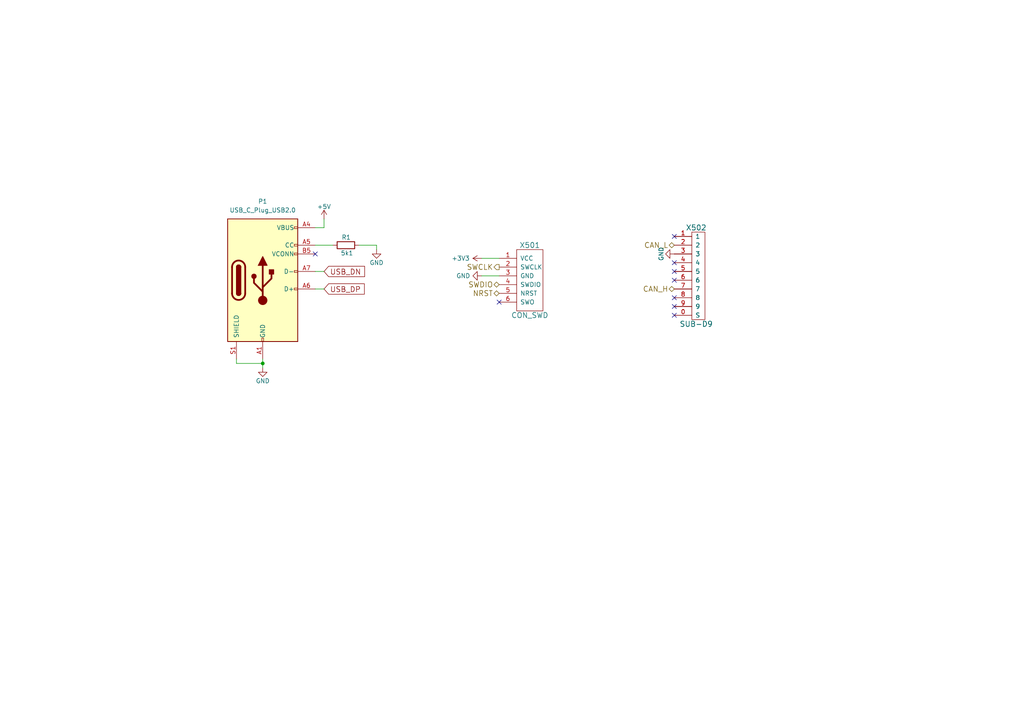
<source format=kicad_sch>
(kicad_sch
	(version 20250114)
	(generator "eeschema")
	(generator_version "9.0")
	(uuid "d4b2331b-a79f-461b-8df5-8bd174f979d6")
	(paper "A4")
	(lib_symbols
		(symbol "+3V3_1"
			(power)
			(pin_names
				(offset 0)
			)
			(exclude_from_sim no)
			(in_bom yes)
			(on_board yes)
			(property "Reference" "#PWR"
				(at 0 -3.81 0)
				(effects
					(font
						(size 1.27 1.27)
					)
					(hide yes)
				)
			)
			(property "Value" "+3V3"
				(at 0 3.556 0)
				(effects
					(font
						(size 1.27 1.27)
					)
				)
			)
			(property "Footprint" ""
				(at 0 0 0)
				(effects
					(font
						(size 1.27 1.27)
					)
				)
			)
			(property "Datasheet" ""
				(at 0 0 0)
				(effects
					(font
						(size 1.27 1.27)
					)
				)
			)
			(property "Description" ""
				(at 0 0 0)
				(effects
					(font
						(size 1.27 1.27)
					)
					(hide yes)
				)
			)
			(property "Field5" ""
				(at 0 0 0)
				(effects
					(font
						(size 1.27 1.27)
					)
					(hide yes)
				)
			)
			(symbol "+3V3_1_0_1"
				(polyline
					(pts
						(xy -0.762 1.27) (xy 0 2.54)
					)
					(stroke
						(width 0)
						(type solid)
					)
					(fill
						(type none)
					)
				)
				(polyline
					(pts
						(xy 0 2.54) (xy 0.762 1.27)
					)
					(stroke
						(width 0)
						(type solid)
					)
					(fill
						(type none)
					)
				)
				(polyline
					(pts
						(xy 0 0) (xy 0 2.54)
					)
					(stroke
						(width 0)
						(type solid)
					)
					(fill
						(type none)
					)
				)
			)
			(symbol "+3V3_1_1_1"
				(pin power_in line
					(at 0 0 90)
					(length 0)
					(hide yes)
					(name "+3V3"
						(effects
							(font
								(size 1.27 1.27)
							)
						)
					)
					(number "1"
						(effects
							(font
								(size 1.27 1.27)
							)
						)
					)
				)
			)
			(embedded_fonts no)
		)
		(symbol "+3V3_2"
			(power)
			(pin_names
				(offset 0)
			)
			(exclude_from_sim no)
			(in_bom yes)
			(on_board yes)
			(property "Reference" "#PWR"
				(at 0 -3.81 0)
				(effects
					(font
						(size 1.27 1.27)
					)
					(hide yes)
				)
			)
			(property "Value" "+3V3"
				(at 0 3.556 0)
				(effects
					(font
						(size 1.27 1.27)
					)
				)
			)
			(property "Footprint" ""
				(at 0 0 0)
				(effects
					(font
						(size 1.27 1.27)
					)
				)
			)
			(property "Datasheet" ""
				(at 0 0 0)
				(effects
					(font
						(size 1.27 1.27)
					)
				)
			)
			(property "Description" ""
				(at 0 0 0)
				(effects
					(font
						(size 1.27 1.27)
					)
					(hide yes)
				)
			)
			(property "Field5" ""
				(at 0 0 0)
				(effects
					(font
						(size 1.27 1.27)
					)
					(hide yes)
				)
			)
			(symbol "+3V3_2_0_1"
				(polyline
					(pts
						(xy -0.762 1.27) (xy 0 2.54)
					)
					(stroke
						(width 0)
						(type solid)
					)
					(fill
						(type none)
					)
				)
				(polyline
					(pts
						(xy 0 2.54) (xy 0.762 1.27)
					)
					(stroke
						(width 0)
						(type solid)
					)
					(fill
						(type none)
					)
				)
				(polyline
					(pts
						(xy 0 0) (xy 0 2.54)
					)
					(stroke
						(width 0)
						(type solid)
					)
					(fill
						(type none)
					)
				)
			)
			(symbol "+3V3_2_1_1"
				(pin power_in line
					(at 0 0 90)
					(length 0)
					(hide yes)
					(name "+3V3"
						(effects
							(font
								(size 1.27 1.27)
							)
						)
					)
					(number "1"
						(effects
							(font
								(size 1.27 1.27)
							)
						)
					)
				)
			)
			(embedded_fonts no)
		)
		(symbol "+5V_1"
			(power)
			(pin_names
				(offset 0)
			)
			(exclude_from_sim no)
			(in_bom yes)
			(on_board yes)
			(property "Reference" "#PWR"
				(at 0 -3.81 0)
				(effects
					(font
						(size 1.27 1.27)
					)
					(hide yes)
				)
			)
			(property "Value" "+5V"
				(at 0 3.556 0)
				(effects
					(font
						(size 1.27 1.27)
					)
				)
			)
			(property "Footprint" ""
				(at 0 0 0)
				(effects
					(font
						(size 1.27 1.27)
					)
				)
			)
			(property "Datasheet" ""
				(at 0 0 0)
				(effects
					(font
						(size 1.27 1.27)
					)
				)
			)
			(property "Description" ""
				(at 0 0 0)
				(effects
					(font
						(size 1.27 1.27)
					)
					(hide yes)
				)
			)
			(property "Field5" ""
				(at 0 0 0)
				(effects
					(font
						(size 1.27 1.27)
					)
					(hide yes)
				)
			)
			(symbol "+5V_1_0_1"
				(polyline
					(pts
						(xy -0.762 1.27) (xy 0 2.54)
					)
					(stroke
						(width 0)
						(type solid)
					)
					(fill
						(type none)
					)
				)
				(polyline
					(pts
						(xy 0 2.54) (xy 0.762 1.27)
					)
					(stroke
						(width 0)
						(type solid)
					)
					(fill
						(type none)
					)
				)
				(polyline
					(pts
						(xy 0 0) (xy 0 2.54)
					)
					(stroke
						(width 0)
						(type solid)
					)
					(fill
						(type none)
					)
				)
			)
			(symbol "+5V_1_1_1"
				(pin power_in line
					(at 0 0 90)
					(length 0)
					(hide yes)
					(name "+5V"
						(effects
							(font
								(size 1.27 1.27)
							)
						)
					)
					(number "1"
						(effects
							(font
								(size 1.27 1.27)
							)
						)
					)
				)
			)
			(embedded_fonts no)
		)
		(symbol "+5V_2"
			(power)
			(pin_names
				(offset 0)
			)
			(exclude_from_sim no)
			(in_bom yes)
			(on_board yes)
			(property "Reference" "#PWR"
				(at 0 -3.81 0)
				(effects
					(font
						(size 1.27 1.27)
					)
					(hide yes)
				)
			)
			(property "Value" "+5V"
				(at 0 3.556 0)
				(effects
					(font
						(size 1.27 1.27)
					)
				)
			)
			(property "Footprint" ""
				(at 0 0 0)
				(effects
					(font
						(size 1.27 1.27)
					)
				)
			)
			(property "Datasheet" ""
				(at 0 0 0)
				(effects
					(font
						(size 1.27 1.27)
					)
				)
			)
			(property "Description" ""
				(at 0 0 0)
				(effects
					(font
						(size 1.27 1.27)
					)
					(hide yes)
				)
			)
			(property "Field5" ""
				(at 0 0 0)
				(effects
					(font
						(size 1.27 1.27)
					)
					(hide yes)
				)
			)
			(symbol "+5V_2_0_1"
				(polyline
					(pts
						(xy -0.762 1.27) (xy 0 2.54)
					)
					(stroke
						(width 0)
						(type solid)
					)
					(fill
						(type none)
					)
				)
				(polyline
					(pts
						(xy 0 2.54) (xy 0.762 1.27)
					)
					(stroke
						(width 0)
						(type solid)
					)
					(fill
						(type none)
					)
				)
				(polyline
					(pts
						(xy 0 0) (xy 0 2.54)
					)
					(stroke
						(width 0)
						(type solid)
					)
					(fill
						(type none)
					)
				)
			)
			(symbol "+5V_2_1_1"
				(pin power_in line
					(at 0 0 90)
					(length 0)
					(hide yes)
					(name "+5V"
						(effects
							(font
								(size 1.27 1.27)
							)
						)
					)
					(number "1"
						(effects
							(font
								(size 1.27 1.27)
							)
						)
					)
				)
			)
			(embedded_fonts no)
		)
		(symbol "CON_SWD_1"
			(pin_names
				(offset 1.016)
			)
			(exclude_from_sim no)
			(in_bom yes)
			(on_board yes)
			(property "Reference" "X"
				(at 0 10.16 0)
				(effects
					(font
						(size 1.524 1.524)
					)
				)
			)
			(property "Value" "CON_SWD"
				(at 0 -10.16 0)
				(effects
					(font
						(size 1.524 1.524)
					)
				)
			)
			(property "Footprint" ""
				(at -1.27 0 0)
				(effects
					(font
						(size 1.524 1.524)
					)
				)
			)
			(property "Datasheet" ""
				(at -1.27 0 0)
				(effects
					(font
						(size 1.524 1.524)
					)
				)
			)
			(property "Description" ""
				(at 0 0 0)
				(effects
					(font
						(size 1.27 1.27)
					)
					(hide yes)
				)
			)
			(property "Field5" ""
				(at 0 0 0)
				(effects
					(font
						(size 1.27 1.27)
					)
					(hide yes)
				)
			)
			(symbol "CON_SWD_1_0_1"
				(rectangle
					(start -3.81 8.89)
					(end 3.81 -8.89)
					(stroke
						(width 0)
						(type solid)
					)
					(fill
						(type none)
					)
				)
			)
			(symbol "CON_SWD_1_1_1"
				(pin input line
					(at -8.89 6.35 0)
					(length 5.08)
					(name "VCC"
						(effects
							(font
								(size 1.27 1.27)
							)
						)
					)
					(number "1"
						(effects
							(font
								(size 1.27 1.27)
							)
						)
					)
				)
				(pin output line
					(at -8.89 3.81 0)
					(length 5.08)
					(name "SWCLK"
						(effects
							(font
								(size 1.27 1.27)
							)
						)
					)
					(number "2"
						(effects
							(font
								(size 1.27 1.27)
							)
						)
					)
				)
				(pin bidirectional line
					(at -8.89 1.27 0)
					(length 5.08)
					(name "GND"
						(effects
							(font
								(size 1.27 1.27)
							)
						)
					)
					(number "3"
						(effects
							(font
								(size 1.27 1.27)
							)
						)
					)
				)
				(pin bidirectional line
					(at -8.89 -1.27 0)
					(length 5.08)
					(name "SWDIO"
						(effects
							(font
								(size 1.27 1.27)
							)
						)
					)
					(number "4"
						(effects
							(font
								(size 1.27 1.27)
							)
						)
					)
				)
				(pin output line
					(at -8.89 -3.81 0)
					(length 5.08)
					(name "NRST"
						(effects
							(font
								(size 1.27 1.27)
							)
						)
					)
					(number "5"
						(effects
							(font
								(size 1.27 1.27)
							)
						)
					)
				)
				(pin bidirectional line
					(at -8.89 -6.35 0)
					(length 5.08)
					(name "SWO"
						(effects
							(font
								(size 1.27 1.27)
							)
						)
					)
					(number "6"
						(effects
							(font
								(size 1.27 1.27)
							)
						)
					)
				)
			)
			(embedded_fonts no)
		)
		(symbol "CON_SWD_2"
			(pin_names
				(offset 1.016)
			)
			(exclude_from_sim no)
			(in_bom yes)
			(on_board yes)
			(property "Reference" "X"
				(at 0 10.16 0)
				(effects
					(font
						(size 1.524 1.524)
					)
				)
			)
			(property "Value" "CON_SWD"
				(at 0 -10.16 0)
				(effects
					(font
						(size 1.524 1.524)
					)
				)
			)
			(property "Footprint" ""
				(at -1.27 0 0)
				(effects
					(font
						(size 1.524 1.524)
					)
				)
			)
			(property "Datasheet" ""
				(at -1.27 0 0)
				(effects
					(font
						(size 1.524 1.524)
					)
				)
			)
			(property "Description" ""
				(at 0 0 0)
				(effects
					(font
						(size 1.27 1.27)
					)
					(hide yes)
				)
			)
			(property "Field5" ""
				(at 0 0 0)
				(effects
					(font
						(size 1.27 1.27)
					)
					(hide yes)
				)
			)
			(symbol "CON_SWD_2_0_1"
				(rectangle
					(start -3.81 8.89)
					(end 3.81 -8.89)
					(stroke
						(width 0)
						(type solid)
					)
					(fill
						(type none)
					)
				)
			)
			(symbol "CON_SWD_2_1_1"
				(pin input line
					(at -8.89 6.35 0)
					(length 5.08)
					(name "VCC"
						(effects
							(font
								(size 1.27 1.27)
							)
						)
					)
					(number "1"
						(effects
							(font
								(size 1.27 1.27)
							)
						)
					)
				)
				(pin output line
					(at -8.89 3.81 0)
					(length 5.08)
					(name "SWCLK"
						(effects
							(font
								(size 1.27 1.27)
							)
						)
					)
					(number "2"
						(effects
							(font
								(size 1.27 1.27)
							)
						)
					)
				)
				(pin bidirectional line
					(at -8.89 1.27 0)
					(length 5.08)
					(name "GND"
						(effects
							(font
								(size 1.27 1.27)
							)
						)
					)
					(number "3"
						(effects
							(font
								(size 1.27 1.27)
							)
						)
					)
				)
				(pin bidirectional line
					(at -8.89 -1.27 0)
					(length 5.08)
					(name "SWDIO"
						(effects
							(font
								(size 1.27 1.27)
							)
						)
					)
					(number "4"
						(effects
							(font
								(size 1.27 1.27)
							)
						)
					)
				)
				(pin output line
					(at -8.89 -3.81 0)
					(length 5.08)
					(name "NRST"
						(effects
							(font
								(size 1.27 1.27)
							)
						)
					)
					(number "5"
						(effects
							(font
								(size 1.27 1.27)
							)
						)
					)
				)
				(pin bidirectional line
					(at -8.89 -6.35 0)
					(length 5.08)
					(name "SWO"
						(effects
							(font
								(size 1.27 1.27)
							)
						)
					)
					(number "6"
						(effects
							(font
								(size 1.27 1.27)
							)
						)
					)
				)
			)
			(embedded_fonts no)
		)
		(symbol "Connector:USB_C_Plug_USB2.0"
			(pin_names
				(offset 1.016)
			)
			(exclude_from_sim no)
			(in_bom yes)
			(on_board yes)
			(property "Reference" "P"
				(at -10.16 19.05 0)
				(effects
					(font
						(size 1.27 1.27)
					)
					(justify left)
				)
			)
			(property "Value" "USB_C_Plug_USB2.0"
				(at 12.7 19.05 0)
				(effects
					(font
						(size 1.27 1.27)
					)
					(justify right)
				)
			)
			(property "Footprint" ""
				(at 3.81 0 0)
				(effects
					(font
						(size 1.27 1.27)
					)
					(hide yes)
				)
			)
			(property "Datasheet" "https://www.usb.org/sites/default/files/documents/usb_type-c.zip"
				(at 3.81 0 0)
				(effects
					(font
						(size 1.27 1.27)
					)
					(hide yes)
				)
			)
			(property "Description" "USB 2.0-only Type-C Plug connector"
				(at 0 0 0)
				(effects
					(font
						(size 1.27 1.27)
					)
					(hide yes)
				)
			)
			(property "ki_keywords" "usb universal serial bus type-C USB2.0"
				(at 0 0 0)
				(effects
					(font
						(size 1.27 1.27)
					)
					(hide yes)
				)
			)
			(property "ki_fp_filters" "USB*C*Plug*"
				(at 0 0 0)
				(effects
					(font
						(size 1.27 1.27)
					)
					(hide yes)
				)
			)
			(symbol "USB_C_Plug_USB2.0_0_0"
				(rectangle
					(start -0.254 -17.78)
					(end 0.254 -16.764)
					(stroke
						(width 0)
						(type default)
					)
					(fill
						(type none)
					)
				)
				(rectangle
					(start 10.16 15.494)
					(end 9.144 14.986)
					(stroke
						(width 0)
						(type default)
					)
					(fill
						(type none)
					)
				)
				(rectangle
					(start 10.16 10.414)
					(end 9.144 9.906)
					(stroke
						(width 0)
						(type default)
					)
					(fill
						(type none)
					)
				)
				(rectangle
					(start 10.16 7.874)
					(end 9.144 7.366)
					(stroke
						(width 0)
						(type default)
					)
					(fill
						(type none)
					)
				)
				(rectangle
					(start 10.16 2.794)
					(end 9.144 2.286)
					(stroke
						(width 0)
						(type default)
					)
					(fill
						(type none)
					)
				)
				(rectangle
					(start 10.16 -2.286)
					(end 9.144 -2.794)
					(stroke
						(width 0)
						(type default)
					)
					(fill
						(type none)
					)
				)
			)
			(symbol "USB_C_Plug_USB2.0_0_1"
				(rectangle
					(start -10.16 17.78)
					(end 10.16 -17.78)
					(stroke
						(width 0.254)
						(type default)
					)
					(fill
						(type background)
					)
				)
				(polyline
					(pts
						(xy -8.89 -3.81) (xy -8.89 3.81)
					)
					(stroke
						(width 0.508)
						(type default)
					)
					(fill
						(type none)
					)
				)
				(rectangle
					(start -7.62 -3.81)
					(end -6.35 3.81)
					(stroke
						(width 0.254)
						(type default)
					)
					(fill
						(type outline)
					)
				)
				(arc
					(start -7.62 3.81)
					(mid -6.985 4.4423)
					(end -6.35 3.81)
					(stroke
						(width 0.254)
						(type default)
					)
					(fill
						(type none)
					)
				)
				(arc
					(start -7.62 3.81)
					(mid -6.985 4.4423)
					(end -6.35 3.81)
					(stroke
						(width 0.254)
						(type default)
					)
					(fill
						(type outline)
					)
				)
				(arc
					(start -8.89 3.81)
					(mid -6.985 5.7067)
					(end -5.08 3.81)
					(stroke
						(width 0.508)
						(type default)
					)
					(fill
						(type none)
					)
				)
				(arc
					(start -5.08 -3.81)
					(mid -6.985 -5.7067)
					(end -8.89 -3.81)
					(stroke
						(width 0.508)
						(type default)
					)
					(fill
						(type none)
					)
				)
				(arc
					(start -6.35 -3.81)
					(mid -6.985 -4.4423)
					(end -7.62 -3.81)
					(stroke
						(width 0.254)
						(type default)
					)
					(fill
						(type none)
					)
				)
				(arc
					(start -6.35 -3.81)
					(mid -6.985 -4.4423)
					(end -7.62 -3.81)
					(stroke
						(width 0.254)
						(type default)
					)
					(fill
						(type outline)
					)
				)
				(polyline
					(pts
						(xy -5.08 3.81) (xy -5.08 -3.81)
					)
					(stroke
						(width 0.508)
						(type default)
					)
					(fill
						(type none)
					)
				)
				(circle
					(center -2.54 1.143)
					(radius 0.635)
					(stroke
						(width 0.254)
						(type default)
					)
					(fill
						(type outline)
					)
				)
				(polyline
					(pts
						(xy -1.27 4.318) (xy 0 6.858) (xy 1.27 4.318) (xy -1.27 4.318)
					)
					(stroke
						(width 0.254)
						(type default)
					)
					(fill
						(type outline)
					)
				)
				(polyline
					(pts
						(xy 0 -2.032) (xy 2.54 0.508) (xy 2.54 1.778)
					)
					(stroke
						(width 0.508)
						(type default)
					)
					(fill
						(type none)
					)
				)
				(polyline
					(pts
						(xy 0 -3.302) (xy -2.54 -0.762) (xy -2.54 0.508)
					)
					(stroke
						(width 0.508)
						(type default)
					)
					(fill
						(type none)
					)
				)
				(polyline
					(pts
						(xy 0 -5.842) (xy 0 4.318)
					)
					(stroke
						(width 0.508)
						(type default)
					)
					(fill
						(type none)
					)
				)
				(circle
					(center 0 -5.842)
					(radius 1.27)
					(stroke
						(width 0)
						(type default)
					)
					(fill
						(type outline)
					)
				)
				(rectangle
					(start 1.905 1.778)
					(end 3.175 3.048)
					(stroke
						(width 0.254)
						(type default)
					)
					(fill
						(type outline)
					)
				)
			)
			(symbol "USB_C_Plug_USB2.0_1_1"
				(pin passive line
					(at -7.62 -22.86 90)
					(length 5.08)
					(name "SHIELD"
						(effects
							(font
								(size 1.27 1.27)
							)
						)
					)
					(number "S1"
						(effects
							(font
								(size 1.27 1.27)
							)
						)
					)
				)
				(pin passive line
					(at 0 -22.86 90)
					(length 5.08)
					(name "GND"
						(effects
							(font
								(size 1.27 1.27)
							)
						)
					)
					(number "A1"
						(effects
							(font
								(size 1.27 1.27)
							)
						)
					)
				)
				(pin passive line
					(at 0 -22.86 90)
					(length 5.08)
					(hide yes)
					(name "GND"
						(effects
							(font
								(size 1.27 1.27)
							)
						)
					)
					(number "A12"
						(effects
							(font
								(size 1.27 1.27)
							)
						)
					)
				)
				(pin passive line
					(at 0 -22.86 90)
					(length 5.08)
					(hide yes)
					(name "GND"
						(effects
							(font
								(size 1.27 1.27)
							)
						)
					)
					(number "B1"
						(effects
							(font
								(size 1.27 1.27)
							)
						)
					)
				)
				(pin passive line
					(at 0 -22.86 90)
					(length 5.08)
					(hide yes)
					(name "GND"
						(effects
							(font
								(size 1.27 1.27)
							)
						)
					)
					(number "B12"
						(effects
							(font
								(size 1.27 1.27)
							)
						)
					)
				)
				(pin passive line
					(at 15.24 15.24 180)
					(length 5.08)
					(name "VBUS"
						(effects
							(font
								(size 1.27 1.27)
							)
						)
					)
					(number "A4"
						(effects
							(font
								(size 1.27 1.27)
							)
						)
					)
				)
				(pin passive line
					(at 15.24 15.24 180)
					(length 5.08)
					(hide yes)
					(name "VBUS"
						(effects
							(font
								(size 1.27 1.27)
							)
						)
					)
					(number "A9"
						(effects
							(font
								(size 1.27 1.27)
							)
						)
					)
				)
				(pin passive line
					(at 15.24 15.24 180)
					(length 5.08)
					(hide yes)
					(name "VBUS"
						(effects
							(font
								(size 1.27 1.27)
							)
						)
					)
					(number "B4"
						(effects
							(font
								(size 1.27 1.27)
							)
						)
					)
				)
				(pin passive line
					(at 15.24 15.24 180)
					(length 5.08)
					(hide yes)
					(name "VBUS"
						(effects
							(font
								(size 1.27 1.27)
							)
						)
					)
					(number "B9"
						(effects
							(font
								(size 1.27 1.27)
							)
						)
					)
				)
				(pin bidirectional line
					(at 15.24 10.16 180)
					(length 5.08)
					(name "CC"
						(effects
							(font
								(size 1.27 1.27)
							)
						)
					)
					(number "A5"
						(effects
							(font
								(size 1.27 1.27)
							)
						)
					)
				)
				(pin bidirectional line
					(at 15.24 7.62 180)
					(length 5.08)
					(name "VCONN"
						(effects
							(font
								(size 1.27 1.27)
							)
						)
					)
					(number "B5"
						(effects
							(font
								(size 1.27 1.27)
							)
						)
					)
				)
				(pin bidirectional line
					(at 15.24 2.54 180)
					(length 5.08)
					(name "D-"
						(effects
							(font
								(size 1.27 1.27)
							)
						)
					)
					(number "A7"
						(effects
							(font
								(size 1.27 1.27)
							)
						)
					)
				)
				(pin bidirectional line
					(at 15.24 -2.54 180)
					(length 5.08)
					(name "D+"
						(effects
							(font
								(size 1.27 1.27)
							)
						)
					)
					(number "A6"
						(effects
							(font
								(size 1.27 1.27)
							)
						)
					)
				)
			)
			(embedded_fonts no)
		)
		(symbol "Device:R"
			(pin_numbers
				(hide yes)
			)
			(pin_names
				(offset 0)
			)
			(exclude_from_sim no)
			(in_bom yes)
			(on_board yes)
			(property "Reference" "R"
				(at 2.032 0 90)
				(effects
					(font
						(size 1.27 1.27)
					)
				)
			)
			(property "Value" "R"
				(at 0 0 90)
				(effects
					(font
						(size 1.27 1.27)
					)
				)
			)
			(property "Footprint" ""
				(at -1.778 0 90)
				(effects
					(font
						(size 1.27 1.27)
					)
					(hide yes)
				)
			)
			(property "Datasheet" "~"
				(at 0 0 0)
				(effects
					(font
						(size 1.27 1.27)
					)
					(hide yes)
				)
			)
			(property "Description" "Resistor"
				(at 0 0 0)
				(effects
					(font
						(size 1.27 1.27)
					)
					(hide yes)
				)
			)
			(property "ki_keywords" "R res resistor"
				(at 0 0 0)
				(effects
					(font
						(size 1.27 1.27)
					)
					(hide yes)
				)
			)
			(property "ki_fp_filters" "R_*"
				(at 0 0 0)
				(effects
					(font
						(size 1.27 1.27)
					)
					(hide yes)
				)
			)
			(symbol "R_0_1"
				(rectangle
					(start -1.016 -2.54)
					(end 1.016 2.54)
					(stroke
						(width 0.254)
						(type default)
					)
					(fill
						(type none)
					)
				)
			)
			(symbol "R_1_1"
				(pin passive line
					(at 0 3.81 270)
					(length 1.27)
					(name "~"
						(effects
							(font
								(size 1.27 1.27)
							)
						)
					)
					(number "1"
						(effects
							(font
								(size 1.27 1.27)
							)
						)
					)
				)
				(pin passive line
					(at 0 -3.81 90)
					(length 1.27)
					(name "~"
						(effects
							(font
								(size 1.27 1.27)
							)
						)
					)
					(number "2"
						(effects
							(font
								(size 1.27 1.27)
							)
						)
					)
				)
			)
			(embedded_fonts no)
		)
		(symbol "GND_1"
			(power)
			(pin_names
				(offset 0)
			)
			(exclude_from_sim no)
			(in_bom yes)
			(on_board yes)
			(property "Reference" "#PWR"
				(at 0 -6.35 0)
				(effects
					(font
						(size 1.27 1.27)
					)
					(hide yes)
				)
			)
			(property "Value" "GND"
				(at 0 -3.81 0)
				(effects
					(font
						(size 1.27 1.27)
					)
				)
			)
			(property "Footprint" ""
				(at 0 0 0)
				(effects
					(font
						(size 1.27 1.27)
					)
				)
			)
			(property "Datasheet" ""
				(at 0 0 0)
				(effects
					(font
						(size 1.27 1.27)
					)
				)
			)
			(property "Description" ""
				(at 0 0 0)
				(effects
					(font
						(size 1.27 1.27)
					)
					(hide yes)
				)
			)
			(property "Field5" ""
				(at 0 0 0)
				(effects
					(font
						(size 1.27 1.27)
					)
					(hide yes)
				)
			)
			(symbol "GND_1_0_1"
				(polyline
					(pts
						(xy 0 0) (xy 0 -1.27) (xy 1.27 -1.27) (xy 0 -2.54) (xy -1.27 -1.27) (xy 0 -1.27)
					)
					(stroke
						(width 0)
						(type solid)
					)
					(fill
						(type none)
					)
				)
			)
			(symbol "GND_1_1_1"
				(pin power_in line
					(at 0 0 270)
					(length 0)
					(hide yes)
					(name "GND"
						(effects
							(font
								(size 1.27 1.27)
							)
						)
					)
					(number "1"
						(effects
							(font
								(size 1.27 1.27)
							)
						)
					)
				)
			)
			(embedded_fonts no)
		)
		(symbol "GND_2"
			(power)
			(pin_names
				(offset 0)
			)
			(exclude_from_sim no)
			(in_bom yes)
			(on_board yes)
			(property "Reference" "#PWR"
				(at 0 -6.35 0)
				(effects
					(font
						(size 1.27 1.27)
					)
					(hide yes)
				)
			)
			(property "Value" "GND"
				(at 0 -3.81 0)
				(effects
					(font
						(size 1.27 1.27)
					)
				)
			)
			(property "Footprint" ""
				(at 0 0 0)
				(effects
					(font
						(size 1.27 1.27)
					)
				)
			)
			(property "Datasheet" ""
				(at 0 0 0)
				(effects
					(font
						(size 1.27 1.27)
					)
				)
			)
			(property "Description" ""
				(at 0 0 0)
				(effects
					(font
						(size 1.27 1.27)
					)
					(hide yes)
				)
			)
			(property "Field5" ""
				(at 0 0 0)
				(effects
					(font
						(size 1.27 1.27)
					)
					(hide yes)
				)
			)
			(symbol "GND_2_0_1"
				(polyline
					(pts
						(xy 0 0) (xy 0 -1.27) (xy 1.27 -1.27) (xy 0 -2.54) (xy -1.27 -1.27) (xy 0 -1.27)
					)
					(stroke
						(width 0)
						(type solid)
					)
					(fill
						(type none)
					)
				)
			)
			(symbol "GND_2_1_1"
				(pin power_in line
					(at 0 0 270)
					(length 0)
					(hide yes)
					(name "GND"
						(effects
							(font
								(size 1.27 1.27)
							)
						)
					)
					(number "1"
						(effects
							(font
								(size 1.27 1.27)
							)
						)
					)
				)
			)
			(embedded_fonts no)
		)
		(symbol "GND_3"
			(power)
			(pin_names
				(offset 0)
			)
			(exclude_from_sim no)
			(in_bom yes)
			(on_board yes)
			(property "Reference" "#PWR"
				(at 0 -6.35 0)
				(effects
					(font
						(size 1.27 1.27)
					)
					(hide yes)
				)
			)
			(property "Value" "GND"
				(at 0 -3.81 0)
				(effects
					(font
						(size 1.27 1.27)
					)
				)
			)
			(property "Footprint" ""
				(at 0 0 0)
				(effects
					(font
						(size 1.27 1.27)
					)
				)
			)
			(property "Datasheet" ""
				(at 0 0 0)
				(effects
					(font
						(size 1.27 1.27)
					)
				)
			)
			(property "Description" ""
				(at 0 0 0)
				(effects
					(font
						(size 1.27 1.27)
					)
					(hide yes)
				)
			)
			(property "Field5" ""
				(at 0 0 0)
				(effects
					(font
						(size 1.27 1.27)
					)
					(hide yes)
				)
			)
			(symbol "GND_3_0_1"
				(polyline
					(pts
						(xy 0 0) (xy 0 -1.27) (xy 1.27 -1.27) (xy 0 -2.54) (xy -1.27 -1.27) (xy 0 -1.27)
					)
					(stroke
						(width 0)
						(type solid)
					)
					(fill
						(type none)
					)
				)
			)
			(symbol "GND_3_1_1"
				(pin power_in line
					(at 0 0 270)
					(length 0)
					(hide yes)
					(name "GND"
						(effects
							(font
								(size 1.27 1.27)
							)
						)
					)
					(number "1"
						(effects
							(font
								(size 1.27 1.27)
							)
						)
					)
				)
			)
			(embedded_fonts no)
		)
		(symbol "GND_4"
			(power)
			(pin_names
				(offset 0)
			)
			(exclude_from_sim no)
			(in_bom yes)
			(on_board yes)
			(property "Reference" "#PWR"
				(at 0 -6.35 0)
				(effects
					(font
						(size 1.27 1.27)
					)
					(hide yes)
				)
			)
			(property "Value" "GND"
				(at 0 -3.81 0)
				(effects
					(font
						(size 1.27 1.27)
					)
				)
			)
			(property "Footprint" ""
				(at 0 0 0)
				(effects
					(font
						(size 1.27 1.27)
					)
				)
			)
			(property "Datasheet" ""
				(at 0 0 0)
				(effects
					(font
						(size 1.27 1.27)
					)
				)
			)
			(property "Description" ""
				(at 0 0 0)
				(effects
					(font
						(size 1.27 1.27)
					)
					(hide yes)
				)
			)
			(property "Field5" ""
				(at 0 0 0)
				(effects
					(font
						(size 1.27 1.27)
					)
					(hide yes)
				)
			)
			(symbol "GND_4_0_1"
				(polyline
					(pts
						(xy 0 0) (xy 0 -1.27) (xy 1.27 -1.27) (xy 0 -2.54) (xy -1.27 -1.27) (xy 0 -1.27)
					)
					(stroke
						(width 0)
						(type solid)
					)
					(fill
						(type none)
					)
				)
			)
			(symbol "GND_4_1_1"
				(pin power_in line
					(at 0 0 270)
					(length 0)
					(hide yes)
					(name "GND"
						(effects
							(font
								(size 1.27 1.27)
							)
						)
					)
					(number "1"
						(effects
							(font
								(size 1.27 1.27)
							)
						)
					)
				)
			)
			(embedded_fonts no)
		)
		(symbol "GND_5"
			(power)
			(pin_names
				(offset 0)
			)
			(exclude_from_sim no)
			(in_bom yes)
			(on_board yes)
			(property "Reference" "#PWR"
				(at 0 -6.35 0)
				(effects
					(font
						(size 1.27 1.27)
					)
					(hide yes)
				)
			)
			(property "Value" "GND"
				(at 0 -3.81 0)
				(effects
					(font
						(size 1.27 1.27)
					)
				)
			)
			(property "Footprint" ""
				(at 0 0 0)
				(effects
					(font
						(size 1.27 1.27)
					)
				)
			)
			(property "Datasheet" ""
				(at 0 0 0)
				(effects
					(font
						(size 1.27 1.27)
					)
				)
			)
			(property "Description" ""
				(at 0 0 0)
				(effects
					(font
						(size 1.27 1.27)
					)
					(hide yes)
				)
			)
			(property "Field5" ""
				(at 0 0 0)
				(effects
					(font
						(size 1.27 1.27)
					)
					(hide yes)
				)
			)
			(symbol "GND_5_0_1"
				(polyline
					(pts
						(xy 0 0) (xy 0 -1.27) (xy 1.27 -1.27) (xy 0 -2.54) (xy -1.27 -1.27) (xy 0 -1.27)
					)
					(stroke
						(width 0)
						(type solid)
					)
					(fill
						(type none)
					)
				)
			)
			(symbol "GND_5_1_1"
				(pin power_in line
					(at 0 0 270)
					(length 0)
					(hide yes)
					(name "GND"
						(effects
							(font
								(size 1.27 1.27)
							)
						)
					)
					(number "1"
						(effects
							(font
								(size 1.27 1.27)
							)
						)
					)
				)
			)
			(embedded_fonts no)
		)
		(symbol "GND_6"
			(power)
			(pin_names
				(offset 0)
			)
			(exclude_from_sim no)
			(in_bom yes)
			(on_board yes)
			(property "Reference" "#PWR"
				(at 0 -6.35 0)
				(effects
					(font
						(size 1.27 1.27)
					)
					(hide yes)
				)
			)
			(property "Value" "GND"
				(at 0 -3.81 0)
				(effects
					(font
						(size 1.27 1.27)
					)
				)
			)
			(property "Footprint" ""
				(at 0 0 0)
				(effects
					(font
						(size 1.27 1.27)
					)
				)
			)
			(property "Datasheet" ""
				(at 0 0 0)
				(effects
					(font
						(size 1.27 1.27)
					)
				)
			)
			(property "Description" ""
				(at 0 0 0)
				(effects
					(font
						(size 1.27 1.27)
					)
					(hide yes)
				)
			)
			(property "Field5" ""
				(at 0 0 0)
				(effects
					(font
						(size 1.27 1.27)
					)
					(hide yes)
				)
			)
			(symbol "GND_6_0_1"
				(polyline
					(pts
						(xy 0 0) (xy 0 -1.27) (xy 1.27 -1.27) (xy 0 -2.54) (xy -1.27 -1.27) (xy 0 -1.27)
					)
					(stroke
						(width 0)
						(type solid)
					)
					(fill
						(type none)
					)
				)
			)
			(symbol "GND_6_1_1"
				(pin power_in line
					(at 0 0 270)
					(length 0)
					(hide yes)
					(name "GND"
						(effects
							(font
								(size 1.27 1.27)
							)
						)
					)
					(number "1"
						(effects
							(font
								(size 1.27 1.27)
							)
						)
					)
				)
			)
			(embedded_fonts no)
		)
		(symbol "GND_7"
			(power)
			(pin_names
				(offset 0)
			)
			(exclude_from_sim no)
			(in_bom yes)
			(on_board yes)
			(property "Reference" "#PWR"
				(at 0 -6.35 0)
				(effects
					(font
						(size 1.27 1.27)
					)
					(hide yes)
				)
			)
			(property "Value" "GND"
				(at 0 -3.81 0)
				(effects
					(font
						(size 1.27 1.27)
					)
				)
			)
			(property "Footprint" ""
				(at 0 0 0)
				(effects
					(font
						(size 1.27 1.27)
					)
				)
			)
			(property "Datasheet" ""
				(at 0 0 0)
				(effects
					(font
						(size 1.27 1.27)
					)
				)
			)
			(property "Description" ""
				(at 0 0 0)
				(effects
					(font
						(size 1.27 1.27)
					)
					(hide yes)
				)
			)
			(property "Field5" ""
				(at 0 0 0)
				(effects
					(font
						(size 1.27 1.27)
					)
					(hide yes)
				)
			)
			(symbol "GND_7_0_1"
				(polyline
					(pts
						(xy 0 0) (xy 0 -1.27) (xy 1.27 -1.27) (xy 0 -2.54) (xy -1.27 -1.27) (xy 0 -1.27)
					)
					(stroke
						(width 0)
						(type solid)
					)
					(fill
						(type none)
					)
				)
			)
			(symbol "GND_7_1_1"
				(pin power_in line
					(at 0 0 270)
					(length 0)
					(hide yes)
					(name "GND"
						(effects
							(font
								(size 1.27 1.27)
							)
						)
					)
					(number "1"
						(effects
							(font
								(size 1.27 1.27)
							)
						)
					)
				)
			)
			(embedded_fonts no)
		)
		(symbol "GND_8"
			(power)
			(pin_names
				(offset 0)
			)
			(exclude_from_sim no)
			(in_bom yes)
			(on_board yes)
			(property "Reference" "#PWR"
				(at 0 -6.35 0)
				(effects
					(font
						(size 1.27 1.27)
					)
					(hide yes)
				)
			)
			(property "Value" "GND"
				(at 0 -3.81 0)
				(effects
					(font
						(size 1.27 1.27)
					)
				)
			)
			(property "Footprint" ""
				(at 0 0 0)
				(effects
					(font
						(size 1.27 1.27)
					)
				)
			)
			(property "Datasheet" ""
				(at 0 0 0)
				(effects
					(font
						(size 1.27 1.27)
					)
				)
			)
			(property "Description" ""
				(at 0 0 0)
				(effects
					(font
						(size 1.27 1.27)
					)
					(hide yes)
				)
			)
			(property "Field5" ""
				(at 0 0 0)
				(effects
					(font
						(size 1.27 1.27)
					)
					(hide yes)
				)
			)
			(symbol "GND_8_0_1"
				(polyline
					(pts
						(xy 0 0) (xy 0 -1.27) (xy 1.27 -1.27) (xy 0 -2.54) (xy -1.27 -1.27) (xy 0 -1.27)
					)
					(stroke
						(width 0)
						(type solid)
					)
					(fill
						(type none)
					)
				)
			)
			(symbol "GND_8_1_1"
				(pin power_in line
					(at 0 0 270)
					(length 0)
					(hide yes)
					(name "GND"
						(effects
							(font
								(size 1.27 1.27)
							)
						)
					)
					(number "1"
						(effects
							(font
								(size 1.27 1.27)
							)
						)
					)
				)
			)
			(embedded_fonts no)
		)
		(symbol "SUB-D9_1"
			(pin_names
				(offset 1.016)
			)
			(exclude_from_sim no)
			(in_bom yes)
			(on_board yes)
			(property "Reference" "X"
				(at 0 13.97 0)
				(effects
					(font
						(size 1.524 1.524)
					)
				)
			)
			(property "Value" "SUB-D9"
				(at 0 -13.97 0)
				(effects
					(font
						(size 1.524 1.524)
					)
				)
			)
			(property "Footprint" ""
				(at -1.27 0 0)
				(effects
					(font
						(size 1.524 1.524)
					)
				)
			)
			(property "Datasheet" ""
				(at -1.27 0 0)
				(effects
					(font
						(size 1.524 1.524)
					)
				)
			)
			(property "Description" ""
				(at 0 0 0)
				(effects
					(font
						(size 1.27 1.27)
					)
					(hide yes)
				)
			)
			(property "Field5" ""
				(at 0 0 0)
				(effects
					(font
						(size 1.27 1.27)
					)
					(hide yes)
				)
			)
			(symbol "SUB-D9_1_0_1"
				(rectangle
					(start -1.27 12.7)
					(end 2.54 -12.7)
					(stroke
						(width 0)
						(type solid)
					)
					(fill
						(type none)
					)
				)
			)
			(symbol "SUB-D9_1_1_1"
				(pin bidirectional line
					(at -6.35 11.43 0)
					(length 5.08)
					(name "1"
						(effects
							(font
								(size 1.27 1.27)
							)
						)
					)
					(number "1"
						(effects
							(font
								(size 1.27 1.27)
							)
						)
					)
				)
				(pin bidirectional line
					(at -6.35 8.89 0)
					(length 5.08)
					(name "2"
						(effects
							(font
								(size 1.27 1.27)
							)
						)
					)
					(number "2"
						(effects
							(font
								(size 1.27 1.27)
							)
						)
					)
				)
				(pin bidirectional line
					(at -6.35 6.35 0)
					(length 5.08)
					(name "3"
						(effects
							(font
								(size 1.27 1.27)
							)
						)
					)
					(number "3"
						(effects
							(font
								(size 1.27 1.27)
							)
						)
					)
				)
				(pin bidirectional line
					(at -6.35 3.81 0)
					(length 5.08)
					(name "4"
						(effects
							(font
								(size 1.27 1.27)
							)
						)
					)
					(number "4"
						(effects
							(font
								(size 1.27 1.27)
							)
						)
					)
				)
				(pin bidirectional line
					(at -6.35 1.27 0)
					(length 5.08)
					(name "5"
						(effects
							(font
								(size 1.27 1.27)
							)
						)
					)
					(number "5"
						(effects
							(font
								(size 1.27 1.27)
							)
						)
					)
				)
				(pin bidirectional line
					(at -6.35 -1.27 0)
					(length 5.08)
					(name "6"
						(effects
							(font
								(size 1.27 1.27)
							)
						)
					)
					(number "6"
						(effects
							(font
								(size 1.27 1.27)
							)
						)
					)
				)
				(pin bidirectional line
					(at -6.35 -3.81 0)
					(length 5.08)
					(name "7"
						(effects
							(font
								(size 1.27 1.27)
							)
						)
					)
					(number "7"
						(effects
							(font
								(size 1.27 1.27)
							)
						)
					)
				)
				(pin bidirectional line
					(at -6.35 -6.35 0)
					(length 5.08)
					(name "8"
						(effects
							(font
								(size 1.27 1.27)
							)
						)
					)
					(number "8"
						(effects
							(font
								(size 1.27 1.27)
							)
						)
					)
				)
				(pin bidirectional line
					(at -6.35 -8.89 0)
					(length 5.08)
					(name "9"
						(effects
							(font
								(size 1.27 1.27)
							)
						)
					)
					(number "9"
						(effects
							(font
								(size 1.27 1.27)
							)
						)
					)
				)
				(pin bidirectional line
					(at -6.35 -11.43 0)
					(length 5.08)
					(name "S"
						(effects
							(font
								(size 1.27 1.27)
							)
						)
					)
					(number "0"
						(effects
							(font
								(size 1.27 1.27)
							)
						)
					)
				)
			)
			(embedded_fonts no)
		)
		(symbol "SUB-D9_2"
			(pin_names
				(offset 1.016)
			)
			(exclude_from_sim no)
			(in_bom yes)
			(on_board yes)
			(property "Reference" "X"
				(at 0 13.97 0)
				(effects
					(font
						(size 1.524 1.524)
					)
				)
			)
			(property "Value" "SUB-D9"
				(at 0 -13.97 0)
				(effects
					(font
						(size 1.524 1.524)
					)
				)
			)
			(property "Footprint" ""
				(at -1.27 0 0)
				(effects
					(font
						(size 1.524 1.524)
					)
				)
			)
			(property "Datasheet" ""
				(at -1.27 0 0)
				(effects
					(font
						(size 1.524 1.524)
					)
				)
			)
			(property "Description" ""
				(at 0 0 0)
				(effects
					(font
						(size 1.27 1.27)
					)
					(hide yes)
				)
			)
			(property "Field5" ""
				(at 0 0 0)
				(effects
					(font
						(size 1.27 1.27)
					)
					(hide yes)
				)
			)
			(symbol "SUB-D9_2_0_1"
				(rectangle
					(start -1.27 12.7)
					(end 2.54 -12.7)
					(stroke
						(width 0)
						(type solid)
					)
					(fill
						(type none)
					)
				)
			)
			(symbol "SUB-D9_2_1_1"
				(pin bidirectional line
					(at -6.35 11.43 0)
					(length 5.08)
					(name "1"
						(effects
							(font
								(size 1.27 1.27)
							)
						)
					)
					(number "1"
						(effects
							(font
								(size 1.27 1.27)
							)
						)
					)
				)
				(pin bidirectional line
					(at -6.35 8.89 0)
					(length 5.08)
					(name "2"
						(effects
							(font
								(size 1.27 1.27)
							)
						)
					)
					(number "2"
						(effects
							(font
								(size 1.27 1.27)
							)
						)
					)
				)
				(pin bidirectional line
					(at -6.35 6.35 0)
					(length 5.08)
					(name "3"
						(effects
							(font
								(size 1.27 1.27)
							)
						)
					)
					(number "3"
						(effects
							(font
								(size 1.27 1.27)
							)
						)
					)
				)
				(pin bidirectional line
					(at -6.35 3.81 0)
					(length 5.08)
					(name "4"
						(effects
							(font
								(size 1.27 1.27)
							)
						)
					)
					(number "4"
						(effects
							(font
								(size 1.27 1.27)
							)
						)
					)
				)
				(pin bidirectional line
					(at -6.35 1.27 0)
					(length 5.08)
					(name "5"
						(effects
							(font
								(size 1.27 1.27)
							)
						)
					)
					(number "5"
						(effects
							(font
								(size 1.27 1.27)
							)
						)
					)
				)
				(pin bidirectional line
					(at -6.35 -1.27 0)
					(length 5.08)
					(name "6"
						(effects
							(font
								(size 1.27 1.27)
							)
						)
					)
					(number "6"
						(effects
							(font
								(size 1.27 1.27)
							)
						)
					)
				)
				(pin bidirectional line
					(at -6.35 -3.81 0)
					(length 5.08)
					(name "7"
						(effects
							(font
								(size 1.27 1.27)
							)
						)
					)
					(number "7"
						(effects
							(font
								(size 1.27 1.27)
							)
						)
					)
				)
				(pin bidirectional line
					(at -6.35 -6.35 0)
					(length 5.08)
					(name "8"
						(effects
							(font
								(size 1.27 1.27)
							)
						)
					)
					(number "8"
						(effects
							(font
								(size 1.27 1.27)
							)
						)
					)
				)
				(pin bidirectional line
					(at -6.35 -8.89 0)
					(length 5.08)
					(name "9"
						(effects
							(font
								(size 1.27 1.27)
							)
						)
					)
					(number "9"
						(effects
							(font
								(size 1.27 1.27)
							)
						)
					)
				)
				(pin bidirectional line
					(at -6.35 -11.43 0)
					(length 5.08)
					(name "S"
						(effects
							(font
								(size 1.27 1.27)
							)
						)
					)
					(number "0"
						(effects
							(font
								(size 1.27 1.27)
							)
						)
					)
				)
			)
			(embedded_fonts no)
		)
		(symbol "USB_OTG_1"
			(pin_names
				(offset 1.016)
			)
			(exclude_from_sim no)
			(in_bom yes)
			(on_board yes)
			(property "Reference" "P"
				(at 8.255 -3.175 0)
				(effects
					(font
						(size 1.27 1.27)
					)
				)
			)
			(property "Value" "USB_OTG"
				(at 0 5.08 0)
				(effects
					(font
						(size 1.27 1.27)
					)
				)
			)
			(property "Footprint" ""
				(at -1.27 -2.54 90)
				(effects
					(font
						(size 1.27 1.27)
					)
				)
			)
			(property "Datasheet" ""
				(at -1.27 -2.54 90)
				(effects
					(font
						(size 1.27 1.27)
					)
				)
			)
			(property "Description" ""
				(at 0 0 0)
				(effects
					(font
						(size 1.27 1.27)
					)
					(hide yes)
				)
			)
			(property "Field5" ""
				(at 0 0 0)
				(effects
					(font
						(size 1.27 1.27)
					)
					(hide yes)
				)
			)
			(property "ki_fp_filters" "USB*"
				(at 0 0 0)
				(effects
					(font
						(size 1.27 1.27)
					)
					(hide yes)
				)
			)
			(symbol "USB_OTG_1_0_1"
				(rectangle
					(start -6.35 -3.81)
					(end 6.35 3.81)
					(stroke
						(width 0)
						(type solid)
					)
					(fill
						(type none)
					)
				)
				(rectangle
					(start -5.207 -3.81)
					(end -4.953 -3.048)
					(stroke
						(width 0)
						(type solid)
					)
					(fill
						(type none)
					)
				)
				(rectangle
					(start -2.667 -3.81)
					(end -2.413 -3.048)
					(stroke
						(width 0)
						(type solid)
					)
					(fill
						(type none)
					)
				)
				(rectangle
					(start -0.127 -3.81)
					(end 0.127 -3.048)
					(stroke
						(width 0)
						(type solid)
					)
					(fill
						(type none)
					)
				)
				(rectangle
					(start 2.413 -3.81)
					(end 2.667 -3.048)
					(stroke
						(width 0)
						(type solid)
					)
					(fill
						(type none)
					)
				)
				(rectangle
					(start 4.953 -3.81)
					(end 5.207 -3.048)
					(stroke
						(width 0)
						(type solid)
					)
					(fill
						(type none)
					)
				)
			)
			(symbol "USB_OTG_1_1_1"
				(pin power_out line
					(at -5.08 -7.62 90)
					(length 3.81)
					(name "VCC"
						(effects
							(font
								(size 1.27 1.27)
							)
						)
					)
					(number "1"
						(effects
							(font
								(size 1.27 1.27)
							)
						)
					)
				)
				(pin passive line
					(at -2.54 -7.62 90)
					(length 3.81)
					(name "D-"
						(effects
							(font
								(size 1.27 1.27)
							)
						)
					)
					(number "2"
						(effects
							(font
								(size 1.27 1.27)
							)
						)
					)
				)
				(pin passive line
					(at 0 -7.62 90)
					(length 3.81)
					(name "D+"
						(effects
							(font
								(size 1.27 1.27)
							)
						)
					)
					(number "3"
						(effects
							(font
								(size 1.27 1.27)
							)
						)
					)
				)
				(pin power_in line
					(at 2.54 -7.62 90)
					(length 3.81)
					(name "ID"
						(effects
							(font
								(size 1.27 1.27)
							)
						)
					)
					(number "4"
						(effects
							(font
								(size 1.27 1.27)
							)
						)
					)
				)
				(pin power_in line
					(at 5.08 -7.62 90)
					(length 3.81)
					(name "GND"
						(effects
							(font
								(size 1.27 1.27)
							)
						)
					)
					(number "5"
						(effects
							(font
								(size 1.27 1.27)
							)
						)
					)
				)
				(pin passive line
					(at 10.16 2.54 180)
					(length 3.81)
					(name "shield"
						(effects
							(font
								(size 1.27 1.27)
							)
						)
					)
					(number "6"
						(effects
							(font
								(size 1.27 1.27)
							)
						)
					)
				)
			)
			(embedded_fonts no)
		)
	)
	(junction
		(at 76.2 105.41)
		(diameter 0)
		(color 0 0 0 0)
		(uuid "6c3e9973-b949-4490-a508-a8241e1ebd67")
	)
	(no_connect
		(at 195.58 78.74)
		(uuid "020fd621-45b6-4f31-867c-50fc43dcdb97")
	)
	(no_connect
		(at 195.58 91.44)
		(uuid "03044d94-5b5e-4803-98a1-edd1be7868a0")
	)
	(no_connect
		(at 195.58 86.36)
		(uuid "03874e01-5dc4-4d1e-9108-6fa321681516")
	)
	(no_connect
		(at 195.58 76.2)
		(uuid "04945ec7-2718-49bd-86b5-f8bc31c18d6c")
	)
	(no_connect
		(at 195.58 68.58)
		(uuid "0ef3d16e-8f11-4ef5-b6f3-a9d67ae38f45")
	)
	(no_connect
		(at 144.78 87.63)
		(uuid "1ec9a0fb-0c0b-4772-8e44-147bd0226370")
	)
	(no_connect
		(at 195.58 88.9)
		(uuid "57bd82c1-1d4e-4bb5-9469-d5d8f0d61101")
	)
	(no_connect
		(at 91.44 73.66)
		(uuid "a8374f97-6e67-4a18-bdcd-9c74dce78dc1")
	)
	(no_connect
		(at 195.58 81.28)
		(uuid "e1b33dc6-9d29-4aa9-b91f-2b855c76f3f2")
	)
	(wire
		(pts
			(xy 93.98 66.04) (xy 93.98 63.5)
		)
		(stroke
			(width 0)
			(type default)
		)
		(uuid "00ef4a3a-f3a5-4d92-8d71-23f92038c9a5")
	)
	(wire
		(pts
			(xy 139.7 74.93) (xy 144.78 74.93)
		)
		(stroke
			(width 0)
			(type default)
		)
		(uuid "0aa82267-8578-49b5-a12e-3bb03cfe3f13")
	)
	(wire
		(pts
			(xy 91.44 66.04) (xy 93.98 66.04)
		)
		(stroke
			(width 0)
			(type default)
		)
		(uuid "162ada03-cd7a-4a87-976a-73b6f82d4a00")
	)
	(wire
		(pts
			(xy 68.58 104.14) (xy 68.58 105.41)
		)
		(stroke
			(width 0)
			(type default)
		)
		(uuid "1b5b1199-ce07-4faf-b96c-49a71dd0b2de")
	)
	(wire
		(pts
			(xy 91.44 71.12) (xy 96.52 71.12)
		)
		(stroke
			(width 0)
			(type default)
		)
		(uuid "4454c78d-afc1-42fd-a69d-4bcac18a687a")
	)
	(wire
		(pts
			(xy 109.22 71.12) (xy 109.22 72.39)
		)
		(stroke
			(width 0)
			(type default)
		)
		(uuid "655bee8e-ad4e-4e34-a2b9-d4cec69d8e9b")
	)
	(wire
		(pts
			(xy 93.98 83.82) (xy 91.44 83.82)
		)
		(stroke
			(width 0)
			(type default)
		)
		(uuid "6ab540ba-62e5-486f-8f74-4cc1e3a26a63")
	)
	(wire
		(pts
			(xy 139.7 80.01) (xy 144.78 80.01)
		)
		(stroke
			(width 0)
			(type default)
		)
		(uuid "7cdc0f27-d446-40ff-87ec-94bafd554c80")
	)
	(wire
		(pts
			(xy 93.98 78.74) (xy 91.44 78.74)
		)
		(stroke
			(width 0)
			(type default)
		)
		(uuid "c129c146-66f5-4404-b7c8-ad4077e9d280")
	)
	(wire
		(pts
			(xy 76.2 105.41) (xy 68.58 105.41)
		)
		(stroke
			(width 0)
			(type default)
		)
		(uuid "c40f03cf-debc-47cf-92bb-05c05dd9d751")
	)
	(wire
		(pts
			(xy 109.22 71.12) (xy 104.14 71.12)
		)
		(stroke
			(width 0)
			(type default)
		)
		(uuid "ccd0442d-b38d-429b-812e-f071c0bce0c8")
	)
	(wire
		(pts
			(xy 76.2 105.41) (xy 76.2 106.68)
		)
		(stroke
			(width 0)
			(type default)
		)
		(uuid "cd0d960a-361b-4b05-8dd6-1a6b92a05c1c")
	)
	(wire
		(pts
			(xy 76.2 104.14) (xy 76.2 105.41)
		)
		(stroke
			(width 0)
			(type default)
		)
		(uuid "f78a6b03-7f1d-4e2a-92c0-d4aea6a6c7f1")
	)
	(global_label "USB_DN"
		(shape input)
		(at 93.98 78.74 0)
		(fields_autoplaced yes)
		(effects
			(font
				(size 1.524 1.524)
			)
			(justify left)
		)
		(uuid "5cbc7ccd-933b-4ae2-86de-50085087e898")
		(property "Intersheetrefs" "${INTERSHEET_REFS}"
			(at 105.6305 78.74 0)
			(effects
				(font
					(size 1.27 1.27)
				)
				(justify left)
				(hide yes)
			)
		)
	)
	(global_label "USB_DP"
		(shape input)
		(at 93.98 83.82 0)
		(fields_autoplaced yes)
		(effects
			(font
				(size 1.524 1.524)
			)
			(justify left)
		)
		(uuid "80e5ffcb-005a-4370-91bc-2a0503b1fdd1")
		(property "Intersheetrefs" "${INTERSHEET_REFS}"
			(at 105.5579 83.82 0)
			(effects
				(font
					(size 1.27 1.27)
				)
				(justify left)
				(hide yes)
			)
		)
	)
	(hierarchical_label "CAN_L"
		(shape bidirectional)
		(at 195.58 71.12 180)
		(effects
			(font
				(size 1.524 1.524)
			)
			(justify right)
		)
		(uuid "07aa42a8-5e21-4088-95af-2dac6441bccf")
	)
	(hierarchical_label "SWCLK"
		(shape output)
		(at 144.78 77.47 180)
		(effects
			(font
				(size 1.524 1.524)
			)
			(justify right)
		)
		(uuid "60afcea1-d610-46a3-8924-b69a50a39df2")
	)
	(hierarchical_label "NRST"
		(shape bidirectional)
		(at 144.78 85.09 180)
		(effects
			(font
				(size 1.524 1.524)
			)
			(justify right)
		)
		(uuid "89ca9298-1eaf-45e5-b255-3d07dd61fa88")
	)
	(hierarchical_label "CAN_H"
		(shape bidirectional)
		(at 195.58 83.82 180)
		(effects
			(font
				(size 1.524 1.524)
			)
			(justify right)
		)
		(uuid "a6dd7e34-de65-413d-85e9-60e593b76a92")
	)
	(hierarchical_label "SWDIO"
		(shape bidirectional)
		(at 144.78 82.55 180)
		(effects
			(font
				(size 1.524 1.524)
			)
			(justify right)
		)
		(uuid "be20df33-bd1b-40f5-8f1b-6acd4bf4f999")
	)
	(symbol
		(lib_name "SUB-D9_2")
		(lib_id "candleLight-rescue:SUB-D9")
		(at 201.93 80.01 0)
		(unit 1)
		(exclude_from_sim no)
		(in_bom yes)
		(on_board yes)
		(dnp no)
		(uuid "00000000-0000-0000-0000-000056f5d127")
		(property "Reference" "X502"
			(at 201.93 66.04 0)
			(effects
				(font
					(size 1.524 1.524)
				)
			)
		)
		(property "Value" "SUB-D9"
			(at 201.93 93.98 0)
			(effects
				(font
					(size 1.524 1.524)
				)
			)
		)
		(property "Footprint" "Connect:DB9M_CI"
			(at 200.66 80.01 0)
			(effects
				(font
					(size 1.524 1.524)
				)
				(hide yes)
			)
		)
		(property "Datasheet" ""
			(at 200.66 80.01 0)
			(effects
				(font
					(size 1.524 1.524)
				)
			)
		)
		(property "Description" ""
			(at 201.93 80.01 0)
			(effects
				(font
					(size 1.27 1.27)
				)
			)
		)
		(pin "2"
			(uuid "169fbaed-6aed-485f-9411-95bff5a582ca")
		)
		(pin "9"
			(uuid "867804b7-a181-48b9-9945-7fad35a38e7e")
		)
		(pin "4"
			(uuid "8d865729-22c1-4e55-b16b-66c4087362df")
		)
		(pin "6"
			(uuid "2c255282-aca3-471e-9528-765709390dd6")
		)
		(pin "3"
			(uuid "fcd0f008-5467-4ba9-88e0-645a295f777b")
		)
		(pin "5"
			(uuid "e059fe22-4ba6-42cf-9d8e-f93797b858dd")
		)
		(pin "7"
			(uuid "8c978cef-7735-46f2-87bd-1fc98b763312")
		)
		(pin "0"
			(uuid "2842e1dd-e215-469b-a43d-4cdef829b941")
		)
		(pin "8"
			(uuid "70286d82-32aa-443a-8818-dda7b006fb06")
		)
		(pin "1"
			(uuid "d8ba35f7-20f9-46ca-a30a-1538f2a892f6")
		)
		(instances
			(project "candleLight"
				(path "/8ad3dade-ecc8-451e-9a3d-eee88fcc5acc/00000000-0000-0000-0000-000056f568c1"
					(reference "X502")
					(unit 1)
				)
			)
		)
	)
	(symbol
		(lib_name "CON_SWD_2")
		(lib_id "candleLight-rescue:CON_SWD")
		(at 153.67 81.28 0)
		(unit 1)
		(exclude_from_sim no)
		(in_bom yes)
		(on_board yes)
		(dnp no)
		(uuid "00000000-0000-0000-0000-000056f635d5")
		(property "Reference" "X501"
			(at 153.67 71.12 0)
			(effects
				(font
					(size 1.524 1.524)
				)
			)
		)
		(property "Value" "CON_SWD"
			(at 153.67 91.44 0)
			(effects
				(font
					(size 1.524 1.524)
				)
			)
		)
		(property "Footprint" "Connector:Tag-Connect_TC2030-IDC-NL_2x03_P1.27mm_Vertical"
			(at 152.4 81.28 0)
			(effects
				(font
					(size 1.524 1.524)
				)
				(hide yes)
			)
		)
		(property "Datasheet" ""
			(at 152.4 81.28 0)
			(effects
				(font
					(size 1.524 1.524)
				)
			)
		)
		(property "Description" ""
			(at 153.67 81.28 0)
			(effects
				(font
					(size 1.27 1.27)
				)
			)
		)
		(pin "5"
			(uuid "40ef622c-91c6-428a-ad16-7a389cb1061d")
		)
		(pin "6"
			(uuid "9ffb03cb-06d5-4ee9-9fb1-42ab54ea0b11")
		)
		(pin "1"
			(uuid "2dfb2c50-7128-452f-b442-40b557696e09")
		)
		(pin "2"
			(uuid "138167dc-e0de-494e-a055-98b21cd63026")
		)
		(pin "3"
			(uuid "212434e7-4074-42f3-8eb9-73469eda0a1c")
		)
		(pin "4"
			(uuid "eb73cd93-aeef-4169-b114-58581b585f74")
		)
		(instances
			(project "candleLight"
				(path "/8ad3dade-ecc8-451e-9a3d-eee88fcc5acc/00000000-0000-0000-0000-000056f568c1"
					(reference "X501")
					(unit 1)
				)
			)
		)
	)
	(symbol
		(lib_name "+3V3_2")
		(lib_id "candleLight-rescue:+3V3")
		(at 139.7 74.93 90)
		(unit 1)
		(exclude_from_sim no)
		(in_bom yes)
		(on_board yes)
		(dnp no)
		(uuid "00000000-0000-0000-0000-000056f637e8")
		(property "Reference" "#PWR035"
			(at 143.51 74.93 0)
			(effects
				(font
					(size 1.27 1.27)
				)
				(hide yes)
			)
		)
		(property "Value" "+3V3"
			(at 133.604 74.93 90)
			(effects
				(font
					(size 1.27 1.27)
				)
			)
		)
		(property "Footprint" ""
			(at 139.7 74.93 0)
			(effects
				(font
					(size 1.27 1.27)
				)
			)
		)
		(property "Datasheet" ""
			(at 139.7 74.93 0)
			(effects
				(font
					(size 1.27 1.27)
				)
			)
		)
		(property "Description" ""
			(at 139.7 74.93 0)
			(effects
				(font
					(size 1.27 1.27)
				)
			)
		)
		(pin "1"
			(uuid "998d513f-15ed-4e24-a4fa-0b8d0d55a85a")
		)
		(instances
			(project "candleLight"
				(path "/8ad3dade-ecc8-451e-9a3d-eee88fcc5acc/00000000-0000-0000-0000-000056f568c1"
					(reference "#PWR035")
					(unit 1)
				)
			)
		)
	)
	(symbol
		(lib_name "GND_5")
		(lib_id "candleLight-rescue:GND")
		(at 139.7 80.01 270)
		(unit 1)
		(exclude_from_sim no)
		(in_bom yes)
		(on_board yes)
		(dnp no)
		(uuid "00000000-0000-0000-0000-000056f63802")
		(property "Reference" "#PWR036"
			(at 133.35 80.01 0)
			(effects
				(font
					(size 1.27 1.27)
				)
				(hide yes)
			)
		)
		(property "Value" "GND"
			(at 134.366 80.01 90)
			(effects
				(font
					(size 1.27 1.27)
				)
			)
		)
		(property "Footprint" ""
			(at 139.7 80.01 0)
			(effects
				(font
					(size 1.27 1.27)
				)
			)
		)
		(property "Datasheet" ""
			(at 139.7 80.01 0)
			(effects
				(font
					(size 1.27 1.27)
				)
			)
		)
		(property "Description" ""
			(at 139.7 80.01 0)
			(effects
				(font
					(size 1.27 1.27)
				)
			)
		)
		(pin "1"
			(uuid "60f178d0-5c48-49af-b692-626a1b3cecf8")
		)
		(instances
			(project "candleLight"
				(path "/8ad3dade-ecc8-451e-9a3d-eee88fcc5acc/00000000-0000-0000-0000-000056f568c1"
					(reference "#PWR036")
					(unit 1)
				)
			)
		)
	)
	(symbol
		(lib_name "GND_6")
		(lib_id "candleLight-rescue:GND")
		(at 195.58 73.66 270)
		(unit 1)
		(exclude_from_sim no)
		(in_bom yes)
		(on_board yes)
		(dnp no)
		(uuid "00000000-0000-0000-0000-000056f8617b")
		(property "Reference" "#PWR037"
			(at 189.23 73.66 0)
			(effects
				(font
					(size 1.27 1.27)
				)
				(hide yes)
			)
		)
		(property "Value" "GND"
			(at 191.77 73.66 0)
			(effects
				(font
					(size 1.27 1.27)
				)
			)
		)
		(property "Footprint" ""
			(at 195.58 73.66 0)
			(effects
				(font
					(size 1.27 1.27)
				)
			)
		)
		(property "Datasheet" ""
			(at 195.58 73.66 0)
			(effects
				(font
					(size 1.27 1.27)
				)
			)
		)
		(property "Description" ""
			(at 195.58 73.66 0)
			(effects
				(font
					(size 1.27 1.27)
				)
			)
		)
		(pin "1"
			(uuid "c6fb72f1-8c0a-4a18-a04e-4278731a1106")
		)
		(instances
			(project "candleLight"
				(path "/8ad3dade-ecc8-451e-9a3d-eee88fcc5acc/00000000-0000-0000-0000-000056f568c1"
					(reference "#PWR037")
					(unit 1)
				)
			)
		)
	)
	(symbol
		(lib_id "Device:R")
		(at 100.33 71.12 270)
		(unit 1)
		(exclude_from_sim no)
		(in_bom yes)
		(on_board yes)
		(dnp no)
		(uuid "1d33b7b9-90ae-4961-b18e-7df0b94c05ae")
		(property "Reference" "R1"
			(at 99.06 68.834 90)
			(effects
				(font
					(size 1.27 1.27)
				)
				(justify left)
			)
		)
		(property "Value" "5k1"
			(at 98.806 73.406 90)
			(effects
				(font
					(size 1.27 1.27)
				)
				(justify left)
			)
		)
		(property "Footprint" "Resistor_SMD:R_0603_1608Metric"
			(at 100.33 69.342 90)
			(effects
				(font
					(size 1.27 1.27)
				)
				(hide yes)
			)
		)
		(property "Datasheet" "~"
			(at 100.33 71.12 0)
			(effects
				(font
					(size 1.27 1.27)
				)
				(hide yes)
			)
		)
		(property "Description" "Resistor"
			(at 100.33 71.12 0)
			(effects
				(font
					(size 1.27 1.27)
				)
				(hide yes)
			)
		)
		(pin "1"
			(uuid "896c551d-2097-4cb8-80c7-3c3224dc952f")
		)
		(pin "2"
			(uuid "423e1ad2-7823-4c46-88ee-8b2607233cc5")
		)
		(instances
			(project "candleLight"
				(path "/8ad3dade-ecc8-451e-9a3d-eee88fcc5acc/00000000-0000-0000-0000-000056f568c1"
					(reference "R1")
					(unit 1)
				)
			)
		)
	)
	(symbol
		(lib_id "Connector:USB_C_Plug_USB2.0")
		(at 76.2 81.28 0)
		(unit 1)
		(exclude_from_sim no)
		(in_bom yes)
		(on_board yes)
		(dnp no)
		(fields_autoplaced yes)
		(uuid "1e6d121b-0d0d-4e10-b366-8c1123bf155c")
		(property "Reference" "P1"
			(at 76.2 58.42 0)
			(effects
				(font
					(size 1.27 1.27)
				)
			)
		)
		(property "Value" "USB_C_Plug_USB2.0"
			(at 76.2 60.96 0)
			(effects
				(font
					(size 1.27 1.27)
				)
			)
		)
		(property "Footprint" "Connector_USB:USB_C_Receptacle_G-Switch_GT-USB-7010ASV"
			(at 80.01 81.28 0)
			(effects
				(font
					(size 1.27 1.27)
				)
				(hide yes)
			)
		)
		(property "Datasheet" "https://www.usb.org/sites/default/files/documents/usb_type-c.zip"
			(at 80.01 81.28 0)
			(effects
				(font
					(size 1.27 1.27)
				)
				(hide yes)
			)
		)
		(property "Description" "USB 2.0-only Type-C Plug connector"
			(at 76.2 81.28 0)
			(effects
				(font
					(size 1.27 1.27)
				)
				(hide yes)
			)
		)
		(pin "A6"
			(uuid "8368c5ff-3d1f-431b-880e-94d58e543322")
		)
		(pin "A12"
			(uuid "84a50002-7082-49c2-ab1e-b4174e360724")
		)
		(pin "A7"
			(uuid "b73369a0-b4a0-4626-a09a-37c43f98514d")
		)
		(pin "B5"
			(uuid "8106ca7a-a62b-4ca8-8afe-ec24682c5f4f")
		)
		(pin "B1"
			(uuid "0365649a-0dcd-4213-beb2-49e33677a426")
		)
		(pin "B12"
			(uuid "42acec4e-c55a-40e1-955a-9ce498859aa8")
		)
		(pin "S1"
			(uuid "cb25e9f2-e203-4be4-9443-36e628e117a0")
		)
		(pin "A1"
			(uuid "edd1fdc9-ffe4-4cb1-8472-815605495db3")
		)
		(pin "A9"
			(uuid "52feb283-a9cc-45b3-bdf5-ce1b1bc812f9")
		)
		(pin "B9"
			(uuid "15c1d647-3bb7-4122-83b2-dfd40a59a666")
		)
		(pin "A5"
			(uuid "547f72d3-69a5-43ca-8cb8-6db4c6667da8")
		)
		(pin "B4"
			(uuid "e9e422f2-3f39-459c-befe-70f28c3808d4")
		)
		(pin "A4"
			(uuid "c3a5e8dd-857a-4ed4-b603-dd3268198a6a")
		)
		(instances
			(project ""
				(path "/8ad3dade-ecc8-451e-9a3d-eee88fcc5acc/00000000-0000-0000-0000-000056f568c1"
					(reference "P1")
					(unit 1)
				)
			)
		)
	)
	(symbol
		(lib_name "GND_7")
		(lib_id "candleLight-rescue:GND")
		(at 109.22 72.39 0)
		(unit 1)
		(exclude_from_sim no)
		(in_bom yes)
		(on_board yes)
		(dnp no)
		(uuid "855e8827-3c1a-4b16-b1b3-724337180e9d")
		(property "Reference" "#PWR042"
			(at 109.22 78.74 0)
			(effects
				(font
					(size 1.27 1.27)
				)
				(hide yes)
			)
		)
		(property "Value" "GND"
			(at 109.22 76.2 0)
			(effects
				(font
					(size 1.27 1.27)
				)
			)
		)
		(property "Footprint" ""
			(at 109.22 72.39 0)
			(effects
				(font
					(size 1.27 1.27)
				)
			)
		)
		(property "Datasheet" ""
			(at 109.22 72.39 0)
			(effects
				(font
					(size 1.27 1.27)
				)
			)
		)
		(property "Description" ""
			(at 109.22 72.39 0)
			(effects
				(font
					(size 1.27 1.27)
				)
			)
		)
		(pin "1"
			(uuid "67e02d3a-1582-4064-b0ba-808f6415da46")
		)
		(instances
			(project "candleLight"
				(path "/8ad3dade-ecc8-451e-9a3d-eee88fcc5acc/00000000-0000-0000-0000-000056f568c1"
					(reference "#PWR042")
					(unit 1)
				)
			)
		)
	)
	(symbol
		(lib_name "+5V_2")
		(lib_id "candleLight-rescue:+5V")
		(at 93.98 63.5 0)
		(unit 1)
		(exclude_from_sim no)
		(in_bom yes)
		(on_board yes)
		(dnp no)
		(uuid "9aed1b0f-8eb7-448d-a8fa-180bd4fc7392")
		(property "Reference" "#PWR041"
			(at 93.98 67.31 0)
			(effects
				(font
					(size 1.27 1.27)
				)
				(hide yes)
			)
		)
		(property "Value" "+5V"
			(at 93.98 59.944 0)
			(effects
				(font
					(size 1.27 1.27)
				)
			)
		)
		(property "Footprint" ""
			(at 93.98 63.5 0)
			(effects
				(font
					(size 1.27 1.27)
				)
			)
		)
		(property "Datasheet" ""
			(at 93.98 63.5 0)
			(effects
				(font
					(size 1.27 1.27)
				)
			)
		)
		(property "Description" ""
			(at 93.98 63.5 0)
			(effects
				(font
					(size 1.27 1.27)
				)
			)
		)
		(pin "1"
			(uuid "c403d6cc-1656-4fd7-a584-a4215491d0b7")
		)
		(instances
			(project "candleLight"
				(path "/8ad3dade-ecc8-451e-9a3d-eee88fcc5acc/00000000-0000-0000-0000-000056f568c1"
					(reference "#PWR041")
					(unit 1)
				)
			)
		)
	)
	(symbol
		(lib_name "GND_8")
		(lib_id "candleLight-rescue:GND")
		(at 76.2 106.68 0)
		(unit 1)
		(exclude_from_sim no)
		(in_bom yes)
		(on_board yes)
		(dnp no)
		(uuid "a084c199-579f-46c0-a649-a99b37b36351")
		(property "Reference" "#PWR040"
			(at 76.2 113.03 0)
			(effects
				(font
					(size 1.27 1.27)
				)
				(hide yes)
			)
		)
		(property "Value" "GND"
			(at 76.2 110.49 0)
			(effects
				(font
					(size 1.27 1.27)
				)
			)
		)
		(property "Footprint" ""
			(at 76.2 106.68 0)
			(effects
				(font
					(size 1.27 1.27)
				)
			)
		)
		(property "Datasheet" ""
			(at 76.2 106.68 0)
			(effects
				(font
					(size 1.27 1.27)
				)
			)
		)
		(property "Description" ""
			(at 76.2 106.68 0)
			(effects
				(font
					(size 1.27 1.27)
				)
			)
		)
		(pin "1"
			(uuid "1f127b41-f710-442e-9e5c-9a41f006ff4c")
		)
		(instances
			(project "candleLight"
				(path "/8ad3dade-ecc8-451e-9a3d-eee88fcc5acc/00000000-0000-0000-0000-000056f568c1"
					(reference "#PWR040")
					(unit 1)
				)
			)
		)
	)
)

</source>
